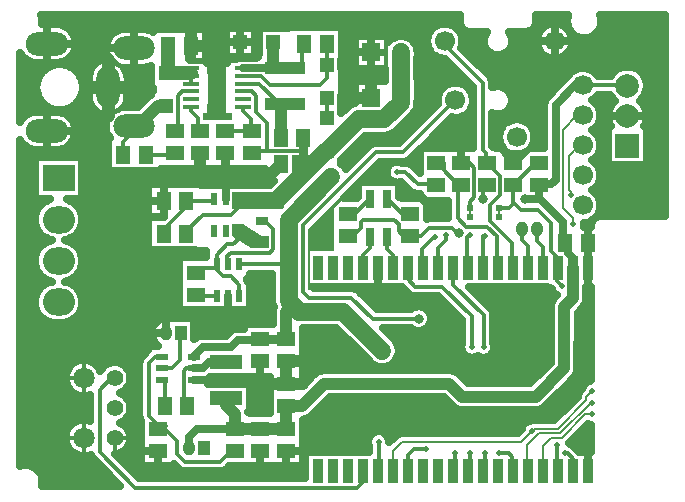
<source format=gbr>
G04 DipTrace 3.3.1.3*
G04 Top.gbr*
%MOIN*%
G04 #@! TF.FileFunction,Copper,L1,Top*
G04 #@! TF.Part,Single*
G04 #@! TA.AperFunction,Nonconductor*
%ADD14C,0.012992*%
G04 #@! TA.AperFunction,CopperBalancing*
%ADD15C,0.03937*%
%ADD16C,0.025984*%
G04 #@! TA.AperFunction,Conductor*
%ADD17C,0.007874*%
%ADD18C,0.011811*%
G04 #@! TA.AperFunction,CopperBalancing*
%ADD19C,0.031496*%
G04 #@! TA.AperFunction,Conductor*
%ADD20C,0.059055*%
G04 #@! TA.AperFunction,ViaPad*
%ADD23C,0.019685*%
G04 #@! TA.AperFunction,Conductor*
%ADD24C,0.047244*%
G04 #@! TA.AperFunction,Nonconductor*
%ADD25C,0.003937*%
G04 #@! TA.AperFunction,CopperBalancing*
%ADD26C,0.025*%
G04 #@! TA.AperFunction,Nonconductor*
%ADD27C,0.043307*%
%ADD28C,0.017717*%
%ADD30R,0.059055X0.051181*%
%ADD31R,0.051181X0.059055*%
%ADD33R,0.047244X0.047244*%
%ADD37R,0.031496X0.062992*%
G04 #@! TA.AperFunction,ComponentPad*
%ADD38O,0.137795X0.07874*%
%ADD39O,0.07874X0.137795*%
%ADD40O,0.141732X0.07874*%
%ADD41C,0.066929*%
%ADD42R,0.066929X0.066929*%
%ADD43R,0.05937X0.05937*%
%ADD44C,0.05937*%
%ADD45R,0.106299X0.090551*%
%ADD46O,0.106299X0.090551*%
%ADD49O,0.03937X0.051181*%
%ADD50R,0.03937X0.051181*%
%ADD53R,0.133858X0.043307*%
%ADD54R,0.106299X0.045276*%
%ADD56R,0.041339X0.025591*%
%ADD57R,0.019685X0.019685*%
%ADD60R,0.043307X0.023622*%
%ADD65R,0.055118X0.011811*%
%ADD66R,0.062992X0.110236*%
%ADD68R,0.023622X0.043307*%
G04 #@! TA.AperFunction,ComponentPad*
%ADD69C,0.055118*%
%ADD70C,0.070866*%
%ADD71R,0.035433X0.07874*%
%ADD72R,0.11811X0.19685*%
G04 #@! TA.AperFunction,ComponentPad*
%ADD73R,0.07874X0.07874*%
%ADD74C,0.07874*%
G04 #@! TA.AperFunction,ViaPad*
%ADD75C,0.04*%
%FSLAX26Y26*%
G04*
G70*
G90*
G75*
G01*
G04 Top*
%LPD*%
X4511811Y1137795D2*
D16*
Y1055118D1*
X4118110Y1224409D2*
D17*
Y1255906D1*
X3354331Y1807087D2*
D14*
X3326772D1*
X3296369Y1792706D1*
X3256999Y1659726D1*
X3275591Y1656496D1*
X4090551Y1405512D2*
X4118110D1*
X4133858Y1389764D1*
Y1291339D1*
X4118110Y1275591D1*
Y1255906D1*
X4263780Y1405512D2*
X4275591D1*
X4346457Y1476378D1*
Y1649606D1*
X4460630Y1763780D1*
X4496063D1*
X4515748Y496063D2*
D16*
X4511850D1*
Y377480D1*
X3305118Y1283465D2*
D14*
Y1342520D1*
X3397638D1*
X3401575Y1338583D1*
X3507874Y744094D2*
D15*
Y669291D1*
X3362205Y1720472D2*
D16*
X3503937D1*
D15*
X3464567D1*
Y1807087D1*
X3503937Y1720472D2*
D14*
X3559055D1*
Y1803150D1*
X3566929D1*
X3039370Y1433071D2*
X3133858D1*
X3137795Y1437008D1*
X3503937Y1602362D2*
D15*
X3488189D1*
Y1488189D1*
X3503937Y1602362D2*
D14*
Y1610236D1*
X3476378D1*
X3417323Y1669291D1*
D18*
X3362205D1*
X3562992Y1488189D2*
D19*
Y1444434D1*
Y1401575D1*
X3889761Y1623228D2*
D20*
Y1606297D1*
X3834646Y1551181D1*
X3748031D1*
X3641732Y1444882D1*
D14*
X3633858Y1437008D1*
D20*
X3480315Y1283465D1*
D14*
X3342520D1*
X3562992Y1401575D2*
X3598425D1*
X3641732Y1444882D1*
X3342520Y1283465D2*
Y1251969D1*
X3322835Y1232283D1*
X3228346D1*
X3173228Y1177165D1*
Y1169291D1*
X3889761Y1773622D2*
D20*
Y1623228D1*
X3562992Y1444434D2*
D14*
X3443525D1*
X3399159D1*
X3391732Y1437008D1*
X3362205Y1643701D2*
D18*
X3392255D1*
D14*
X3407176Y1628780D1*
Y1573820D1*
X3443525Y1537471D1*
Y1444434D1*
X3876986Y1374356D2*
X3904185D1*
X3944749Y1333791D1*
X4007874D1*
Y1330709D1*
X3303150Y1511811D2*
X3391732D1*
X3389764D1*
Y1551181D1*
D18*
X3362205Y1578740D1*
Y1592520D1*
X4350394Y1405512D2*
D17*
X4338583D1*
D14*
X4263780Y1330709D1*
X4216535Y1224409D2*
D17*
Y1255906D1*
X4263780Y1330709D2*
D14*
Y1275591D1*
X4269583Y1269787D1*
X4291339Y1248031D1*
X4346457D1*
X4389764Y1204724D1*
Y1110236D1*
X4405512Y1094488D1*
Y1055512D1*
X4411811D1*
X4216535Y1255906D2*
X4248031D1*
X4261913Y1269787D1*
X4269583D1*
X4425197Y996063D2*
X4409449Y1011811D1*
Y1053150D1*
X4411811Y1055512D1*
X3204724Y1039370D2*
X3224409D1*
Y1055118D1*
X3275591D1*
Y1066929D1*
X3342520Y1177165D2*
X3350394D1*
X3389764Y1137795D1*
X3425197D1*
X3350394Y960630D2*
Y1000000D1*
X3322835Y1027559D1*
X3295276D1*
X3275591Y1047244D1*
Y1066929D1*
X3342520Y1177165D2*
Y1145912D1*
X3330466Y1133858D1*
X3311024D1*
X3275591Y1098425D1*
Y1066929D1*
X3507874Y519685D2*
D15*
Y594488D1*
X3559055D1*
X3633858Y669291D1*
X4043307D1*
X4461811Y1055512D2*
Y953937D1*
X4433071Y925197D1*
Y720472D1*
X4338583Y625984D1*
X4094488D1*
X4051181Y669291D1*
X4043307D1*
X3421260Y519685D2*
X3507874D1*
X4461811Y1055512D2*
D16*
Y1089370D1*
X4444882Y1106299D1*
Y1137795D1*
X4437008D1*
X4429134D1*
Y1208661D1*
X4354331Y1283465D1*
X4303150D1*
X4350394Y1330709D2*
Y1283465D1*
X4303150D1*
X3921260Y1161417D2*
D14*
X3897638D1*
X3881890Y1177165D1*
Y1200787D1*
X3866142Y1216535D1*
X3763780D1*
X3755906Y1208661D1*
Y1188976D1*
X3736220Y1169291D1*
X3720472D1*
X3712598Y1161417D1*
X4082677Y1173228D2*
Y1165354D1*
X4059055Y1188976D1*
X3984252D1*
X3956693Y1161417D1*
X3921260D1*
X4177165Y1330709D2*
X4161417D1*
Y1283465D1*
X4350394Y1330709D2*
D16*
X4354331Y1334646D1*
X4390399D1*
X4405512Y1349759D1*
Y1598425D1*
X4470866Y1663780D1*
X4496063D1*
X3425197Y515748D2*
D15*
X3421260Y519685D1*
X3181693Y454134D2*
D16*
Y492839D1*
X3208539Y519685D1*
X3335467D1*
X3307087Y622047D2*
D15*
Y598425D1*
X3335467Y570045D1*
Y519685D1*
X3421260D1*
X4496063Y1663780D2*
D14*
X4642992D1*
X4644685Y1662087D1*
X4035433Y1811024D2*
Y1799213D1*
X4161417Y1673228D1*
Y1448819D1*
X4173228Y1437008D1*
Y1405512D1*
X4177165D1*
X4220472Y1362205D1*
Y1299213D1*
X4185039Y1263780D1*
Y1212598D1*
X4259843Y1137795D1*
Y1057480D1*
X4261811Y1055512D1*
X4311850Y377480D2*
D17*
X4311024D1*
Y464567D1*
X4350394Y503937D1*
X4421260D1*
X4523622Y606299D1*
X4527559D1*
X4496063Y1463780D2*
X4483465D1*
X4448819Y1429134D1*
Y1314961D1*
X4456693Y1307087D1*
Y1299213D1*
X3842520Y1157480D2*
D14*
Y1118110D1*
X3861811Y1098819D1*
Y1055512D1*
X3762192Y377478D2*
Y340932D1*
X3744094Y322835D1*
X3003937D1*
X2885827Y440945D1*
Y649606D1*
X2924409Y688189D1*
X2935039D1*
X3862192Y377478D2*
D17*
Y444869D1*
X3893701Y476378D1*
X4291339D1*
X4326772Y511811D1*
X4334646Y519685D1*
X4413386D1*
X4507874Y614173D1*
Y625984D1*
X4527559Y645669D1*
X3842520Y1283465D2*
D14*
X3846457D1*
X3893701Y1236220D1*
X3921260D1*
X4125984Y791339D2*
Y893701D1*
X4027559Y992126D1*
X3937008D1*
X3911811Y1017323D1*
Y1055512D1*
X3814961Y476378D2*
Y380247D1*
X3812192Y377478D1*
X4216535Y437008D2*
X4248031D1*
X4259843Y425197D1*
Y379488D1*
X4261850Y377480D1*
X4118110Y1165354D2*
X4110236Y1157480D1*
Y1090551D1*
X4111811Y1088976D1*
Y1055512D1*
X4165354Y791339D2*
Y897638D1*
X4062992Y1000000D1*
Y1019685D1*
X4061811Y1020866D1*
Y1055512D1*
X4169291Y1161417D2*
X4161811D1*
Y1055512D1*
X3000000Y1527559D2*
D15*
X3011811D1*
X3078740Y1594488D1*
X3106299D1*
X3000000Y1527559D2*
D14*
Y1511811D1*
X2964567Y1476378D1*
Y1433071D1*
X3188976Y1643701D2*
D18*
X3159449D1*
D14*
X3145669Y1629921D1*
Y1531496D1*
X3137795Y1523622D1*
Y1511811D1*
X3362205Y1694882D2*
D18*
X3423228D1*
D14*
X3452756Y1665354D1*
X3618110D1*
X3641732Y1688976D1*
Y1732283D1*
Y1803150D1*
X3425197Y1212598D2*
X3437008D1*
X3464567Y1185039D1*
Y1118110D1*
X3452756Y1106299D1*
X3322835D1*
X3311024Y1094488D1*
Y1066929D1*
X3312992D1*
X3098425Y1169291D2*
Y1185039D1*
X3173228Y1259843D1*
Y1279528D1*
X3263780D1*
X3267717Y1283465D1*
X3188976Y1592520D2*
D18*
Y1578740D1*
D14*
X3212598Y1555118D1*
Y1511811D1*
X3216535Y1515748D1*
X3220472Y1511811D1*
X3093669Y683264D2*
X3099206D1*
X3102362Y680108D1*
Y594488D1*
X3199969Y720665D2*
D16*
X3228539D1*
X3248031Y740157D1*
X3307087D1*
X3199969Y720665D2*
D14*
X3173421D1*
X3165354Y712598D1*
Y622047D1*
X3177165Y610236D1*
Y594488D1*
X4361850Y377480D2*
D17*
Y460276D1*
X4389764Y488189D1*
X4425197D1*
X4503937Y566929D1*
X4527559D1*
X4464567Y1200787D2*
Y1220472D1*
X4429134Y1255906D1*
Y1515748D1*
X4477165Y1563780D1*
X4496063D1*
X3093669Y758067D2*
D14*
X3069091D1*
X3049714Y738690D1*
Y560522D1*
X3082677Y527559D1*
X3106299D1*
X3098425Y519685D1*
X3078740D1*
X3101983D1*
X3142143Y479525D1*
Y436597D1*
X3169291Y409449D1*
X3287402D1*
X3322835Y444882D1*
X3335467D1*
X3641732Y1622047D2*
Y1555118D1*
X3787402Y1283465D2*
X3783465D1*
X3736220Y1236220D1*
X3712598D1*
X3188976Y1694882D2*
D18*
Y1720472D1*
Y1669291D2*
Y1694882D1*
X3114173Y1795276D2*
D24*
Y1712598D1*
X3106299Y1704724D1*
X3188976Y1720472D2*
D14*
Y1704724D1*
D24*
X3106299D1*
X3787402Y1157480D2*
D14*
Y1122047D1*
X3762151Y1096797D1*
Y1055508D1*
X3204724Y964567D2*
Y960630D1*
X3275591D1*
X4007874Y1405512D2*
X4031496D1*
Y1381890D1*
X4066929Y1346457D1*
Y1330709D1*
X4090551D1*
X4078740D1*
Y1220472D1*
X4106299Y1192913D1*
X4177165D1*
X4208661Y1161417D1*
Y1055512D1*
X4211811D1*
X3972441Y452756D2*
X3933071D1*
X3912192Y431877D1*
Y377478D1*
X4070866Y437008D2*
Y386152D1*
X4062192Y377478D1*
X4118110Y437008D2*
Y383740D1*
X4111850Y377480D1*
X4169291Y437008D2*
Y384921D1*
X4161850Y377480D1*
X3093669Y720665D2*
X3126177D1*
X3153543Y748031D1*
Y837205D1*
X3154921D1*
X4361811Y1055512D2*
Y1126378D1*
X4342520Y1145669D1*
Y1185039D1*
X4311811Y1055512D2*
Y1129134D1*
X4292520Y1148425D1*
Y1185039D1*
X4411850Y377480D2*
X4409449D1*
Y464567D1*
X4461850Y377480D2*
Y420039D1*
X4444882Y437008D1*
X4437008D1*
X3507874Y818898D2*
D16*
X3511811D1*
X3657480Y1358268D2*
D20*
X3515748Y1216535D1*
Y1175197D1*
Y1066929D1*
Y944882D1*
X3551181Y909449D1*
X3696850D1*
X3826772Y779528D1*
X3350394Y1066929D2*
D14*
X3515748D1*
X3507874Y818898D2*
D15*
Y909449D1*
X3551181D1*
X3507874Y822835D2*
D16*
Y818898D1*
X3199969Y758067D2*
Y762961D1*
X3228346Y791339D1*
X3322835D1*
X3346291Y814795D1*
X3425362D1*
X3421260Y818898D1*
D19*
X3507874D1*
X3948819Y885827D2*
D14*
X3795276D1*
X3724409Y956693D1*
X3582677D1*
X3562992Y976378D1*
Y1196850D1*
X3806362Y1440220D1*
X3896913D1*
X4070866Y1614173D1*
X4039370Y1165354D2*
Y1149606D1*
X4011811Y1122047D1*
Y1055512D1*
X4003937Y1157480D2*
X4000000D1*
X3960630Y1118110D1*
Y1056693D1*
X3961811Y1055512D1*
D15*
X3657480Y1358268D3*
D75*
X4043307Y669291D3*
X4515748Y496063D3*
D23*
X4169291Y1161417D3*
X4165354Y791339D3*
X4118110Y1165354D3*
X4125984Y791339D3*
X4039370Y1165354D3*
X4003937Y1157480D3*
X4527559Y645669D3*
Y606299D3*
Y566929D3*
X4464567Y1200787D3*
X4456693Y1299213D3*
D15*
X3826772Y779528D3*
D19*
X3948819Y885827D3*
D75*
X4007874Y944882D3*
D19*
X4303150Y1283465D3*
D23*
X3876986Y1374356D3*
D19*
X4161417Y1283465D3*
D23*
X4326772Y511811D3*
D19*
X4082677Y1173228D3*
D75*
X3401575Y598425D3*
X4381890Y976378D3*
X3874016D3*
X3759843D3*
X4141732D3*
X4381890Y767717D3*
X3070866Y370079D3*
D23*
X3263780Y1624016D3*
D75*
X3401575Y921260D3*
Y1338583D3*
Y370079D3*
Y679790D3*
Y997375D3*
X2889764Y1158793D3*
Y1006562D3*
D23*
X4425197Y996063D3*
D75*
X2889764Y837385D3*
Y1311024D3*
X3464567Y1868110D3*
D23*
X3291339Y1624016D3*
X4409449Y464567D3*
X4437008Y437008D3*
X3972441Y452756D3*
X4070866Y437008D3*
X4118110D3*
X4169291D3*
D75*
X3637518Y590551D3*
D23*
X4216535Y437008D3*
D75*
X3637518Y492126D3*
D23*
X3251969Y1775591D3*
D75*
X3921260Y1868110D3*
D23*
X3295276Y1775591D3*
D75*
X4263780Y976378D3*
Y767717D3*
X4480315Y464567D3*
D23*
X3814961Y476378D3*
X3263780Y1578740D3*
X3291339D3*
X3277559Y1600394D3*
X3251969Y1816929D3*
X3295276D3*
X3273622Y1797244D3*
X2696791Y1872080D2*
D26*
X4083559D1*
X4341614D2*
X4441001D1*
X4559001D2*
X4768480D1*
X2790018Y1847211D2*
X2943339D1*
X3242374D2*
X3302898D1*
X3695125D2*
X3986636D1*
X4084253D2*
X4098487D1*
X4326722D2*
X4352762D1*
X4550281D2*
X4768480D1*
X2804443Y1822343D2*
X2913555D1*
X3242374D2*
X3302898D1*
X3695125D2*
X3733832D1*
X3848853D2*
X3861759D1*
X3917786D2*
X3975260D1*
X4095592D2*
X4164514D1*
X4260695D2*
X4341387D1*
X4461754D2*
X4485892D1*
X4514109D2*
X4768480D1*
X2807099Y1797474D2*
X2904082D1*
X3242374D2*
X3302898D1*
X3695125D2*
X3733832D1*
X3941828D2*
X3975727D1*
X4095126D2*
X4165124D1*
X4260049D2*
X4341889D1*
X4461252D2*
X4768480D1*
X2799671Y1772605D2*
X2905015D1*
X3242374D2*
X3302898D1*
X3695125D2*
X3733832D1*
X3947247D2*
X3988466D1*
X4109515D2*
X4183102D1*
X4242107D2*
X4354592D1*
X4448549D2*
X4768480D1*
X2622475Y1747736D2*
X2641302D1*
X2776023D2*
X2888616D1*
X3244348D2*
X3306846D1*
X3693151D2*
X3733832D1*
X3947103D2*
X4039421D1*
X4134383D2*
X4768480D1*
X2622475Y1722867D2*
X2707687D1*
X2796226D2*
X2857037D1*
X3036399D2*
X3054867D1*
X3693151D2*
X3733832D1*
X3947103D2*
X4064289D1*
X4159251D2*
X4620063D1*
X4669309D2*
X4768480D1*
X2622475Y1697999D2*
X2683286D1*
X2820627D2*
X2847133D1*
X2979630D2*
X3054867D1*
X3696094D2*
X3832406D1*
X3947103D2*
X4089157D1*
X4184119D2*
X4445774D1*
X4546333D2*
X4588378D1*
X4700994D2*
X4768480D1*
X2622475Y1673130D2*
X2673454D1*
X2830459D2*
X2846200D1*
X2980563D2*
X3054867D1*
X3696094D2*
X3733832D1*
X3947103D2*
X4114025D1*
X4195709D2*
X4423562D1*
X4710934D2*
X4768480D1*
X2622475Y1648261D2*
X2672413D1*
X2831500D2*
X2846200D1*
X2980563D2*
X3059137D1*
X3696094D2*
X3733832D1*
X3947103D2*
X4020475D1*
X4247418D2*
X4398694D1*
X4710360D2*
X4768480D1*
X2622475Y1623392D2*
X2679770D1*
X2824180D2*
X2846380D1*
X2980419D2*
X3041518D1*
X3693151D2*
X3733832D1*
X3947247D2*
X4010319D1*
X4261162D2*
X4373970D1*
X4541274D2*
X4590351D1*
X4699021D2*
X4768480D1*
X2622475Y1598524D2*
X2699039D1*
X2804910D2*
X2853270D1*
X2973494D2*
X3016650D1*
X3693151D2*
X3717863D1*
X3946529D2*
X4007736D1*
X4259368D2*
X4364712D1*
X4545975D2*
X4588737D1*
X4700635D2*
X4768480D1*
X2622475Y1573655D2*
X2655727D1*
X2761598D2*
X2875733D1*
X3936338D2*
X3982868D1*
X4238842D2*
X4364712D1*
X4556489D2*
X4578545D1*
X4710827D2*
X4768480D1*
X2795723Y1548786D2*
X2906881D1*
X3912296D2*
X3958000D1*
X4052962D2*
X4127122D1*
X4195709D2*
X4257454D1*
X4293709D2*
X4364712D1*
X4555376D2*
X4578868D1*
X4710468D2*
X4768480D1*
X2806202Y1523917D2*
X2903400D1*
X3887428D2*
X3933132D1*
X4028094D2*
X4127122D1*
X4195709D2*
X4223651D1*
X4327512D2*
X4364712D1*
X4541740D2*
X4577505D1*
X4711867D2*
X4768480D1*
X2806058Y1499049D2*
X2909931D1*
X3854163D2*
X3908265D1*
X4003226D2*
X4127122D1*
X4195709D2*
X4214716D1*
X4336447D2*
X4364712D1*
X4545580D2*
X4577505D1*
X4711867D2*
X4768480D1*
X2795257Y1474180D2*
X2911151D1*
X3751068D2*
X3883397D1*
X3978359D2*
X4127122D1*
X4195709D2*
X4217120D1*
X4334043D2*
X4364712D1*
X4556417D2*
X4577505D1*
X4711867D2*
X4768480D1*
X2622475Y1449311D2*
X2658024D1*
X2759301D2*
X2911151D1*
X3726200D2*
X3767958D1*
X4555520D2*
X4577505D1*
X4711867D2*
X4768480D1*
X2622475Y1424442D2*
X2667067D1*
X2828988D2*
X2911151D1*
X3701333D2*
X3743090D1*
X3928623D2*
X3950536D1*
X4542243D2*
X4577505D1*
X4711867D2*
X4768480D1*
X2622475Y1399574D2*
X2667067D1*
X2828988D2*
X2911151D1*
X3696058D2*
X3718222D1*
X3813184D2*
X3849989D1*
X3926075D2*
X3950536D1*
X4545185D2*
X4577505D1*
X4711867D2*
X4768480D1*
X2622475Y1374705D2*
X2667067D1*
X2828988D2*
X3434773D1*
X3788316D2*
X3839331D1*
X4556309D2*
X4768480D1*
X2622475Y1349836D2*
X2667067D1*
X2828988D2*
X3434773D1*
X3763448D2*
X3849307D1*
X4555663D2*
X4768480D1*
X2622475Y1324967D2*
X2667067D1*
X2828988D2*
X3045035D1*
X3886064D2*
X3906076D1*
X4542709D2*
X4768480D1*
X2622475Y1300098D2*
X2667067D1*
X2828988D2*
X3045035D1*
X3713713D2*
X3743843D1*
X3886064D2*
X3950536D1*
X4544790D2*
X4768480D1*
X2622475Y1275230D2*
X2698429D1*
X2797625D2*
X3045035D1*
X3978610D2*
X4044445D1*
X4556202D2*
X4768480D1*
X2622475Y1250361D2*
X2675715D1*
X2820376D2*
X3045035D1*
X3978610D2*
X4044445D1*
X4555771D2*
X4768480D1*
X2622475Y1225492D2*
X2667641D1*
X2828414D2*
X3045035D1*
X3978610D2*
X4044445D1*
X2622475Y1200623D2*
X2668897D1*
X2827158D2*
X3045035D1*
X4502232D2*
X4522064D1*
X2622475Y1175755D2*
X2680057D1*
X2816034D2*
X3045035D1*
X2622475Y1150886D2*
X2711706D1*
X2784348D2*
X3045035D1*
X2622475Y1126017D2*
X2685260D1*
X2810831D2*
X3045035D1*
X2622475Y1101148D2*
X2670727D1*
X2825328D2*
X3235974D1*
X2622475Y1076280D2*
X2667102D1*
X2828952D2*
X3147376D1*
X2622475Y1051411D2*
X2672593D1*
X2823498D2*
X3147376D1*
X2622475Y1026542D2*
X2690140D1*
X2805915D2*
X3147376D1*
X3390001D2*
X3458421D1*
X2622475Y1001673D2*
X2701695D1*
X2794396D2*
X3147376D1*
X3390001D2*
X3458421D1*
X2622475Y976804D2*
X2676863D1*
X2819192D2*
X3147376D1*
X3390001D2*
X3458421D1*
X3751786D2*
X3904856D1*
X4133665D2*
X4393275D1*
X2622475Y951936D2*
X2667928D1*
X2828127D2*
X3147376D1*
X3390001D2*
X3458421D1*
X3776654D2*
X4020259D1*
X4158533D2*
X4394388D1*
X2622475Y927067D2*
X2668466D1*
X2827625D2*
X3147376D1*
X3390001D2*
X3461399D1*
X3801521D2*
X4045127D1*
X4183401D2*
X4385596D1*
X4500402D2*
X4521597D1*
X2622475Y902198D2*
X2678657D1*
X2817398D2*
X3460394D1*
X3988980D2*
X4069995D1*
X4199333D2*
X4385560D1*
X4480558D2*
X4521597D1*
X2622475Y877329D2*
X2707077D1*
X2788977D2*
X3073204D1*
X3202435D2*
X3460394D1*
X3991492D2*
X4091669D1*
X4199656D2*
X4385560D1*
X4480558D2*
X4521597D1*
X2622475Y852461D2*
X3058419D1*
X3202435D2*
X3336845D1*
X3565224D2*
X3673797D1*
X3833889D2*
X3922403D1*
X3975237D2*
X4091669D1*
X4199656D2*
X4385560D1*
X4480558D2*
X4521597D1*
X2622475Y827592D2*
X3057594D1*
X3565224D2*
X3698665D1*
X3858757D2*
X4091669D1*
X4199656D2*
X4385560D1*
X4480558D2*
X4521597D1*
X2622475Y802723D2*
X3067678D1*
X3565224D2*
X3723533D1*
X3878959D2*
X4090233D1*
X4201128D2*
X4385560D1*
X4480558D2*
X4521597D1*
X2622475Y777854D2*
X3041410D1*
X3565224D2*
X3748401D1*
X3884091D2*
X4091023D1*
X4200302D2*
X4385560D1*
X4480558D2*
X4521597D1*
X2622475Y752986D2*
X3018803D1*
X3565224D2*
X3773268D1*
X3877273D2*
X4385560D1*
X4480558D2*
X4521597D1*
X2622475Y728117D2*
X2783618D1*
X2880159D2*
X2897874D1*
X2972202D2*
X3015394D1*
X3565224D2*
X3805169D1*
X3848350D2*
X4374580D1*
X4480558D2*
X4521597D1*
X2622475Y703248D2*
X2770557D1*
X2988206D2*
X3015394D1*
X3565224D2*
X3601850D1*
X4083212D2*
X4349712D1*
X4477149D2*
X4521597D1*
X2622475Y678379D2*
X2769444D1*
X2989498D2*
X3015394D1*
X3249443D2*
X3450526D1*
X4108223D2*
X4324844D1*
X4457125D2*
X4512196D1*
X2622475Y653511D2*
X2779528D1*
X2977441D2*
X3015394D1*
X3388064D2*
X3450526D1*
X4432258D2*
X4490809D1*
X2622475Y628642D2*
X2817385D1*
X2971592D2*
X3015394D1*
X3388064D2*
X3450526D1*
X4407390D2*
X4476240D1*
X2622475Y603773D2*
X2851511D1*
X2988063D2*
X3015394D1*
X3388064D2*
X3450526D1*
X3634480D2*
X4050581D1*
X4382522D2*
X4453597D1*
X2622475Y578904D2*
X2851511D1*
X2989606D2*
X3015394D1*
X3388064D2*
X3450526D1*
X3609613D2*
X4428729D1*
X2622475Y554035D2*
X2851511D1*
X2977907D2*
X3016076D1*
X3581264D2*
X4403861D1*
X2622475Y529167D2*
X2784551D1*
X2970946D2*
X3021387D1*
X3565224D2*
X4293697D1*
X2622475Y504298D2*
X2770808D1*
X2987883D2*
X3021387D1*
X3565224D2*
X3791103D1*
X3838805D2*
X3882500D1*
X4485187D2*
X4521597D1*
X2622475Y479429D2*
X2769265D1*
X2989677D2*
X3021387D1*
X3565224D2*
X3777431D1*
X4460283D2*
X4521597D1*
X2622475Y454560D2*
X2778810D1*
X2978338D2*
X3021387D1*
X3565224D2*
X3780661D1*
X4474816D2*
X4521597D1*
X2622475Y429692D2*
X2813008D1*
X2944571D2*
X3021387D1*
X2622475Y404823D2*
X2874477D1*
X2969439D2*
X3021387D1*
X2683011Y379954D2*
X2899345D1*
X2994307D2*
X3154876D1*
X3301798D2*
X3566647D1*
X2695678Y355085D2*
X2924213D1*
X3019174D2*
X3566647D1*
X2695750Y330217D2*
X2949080D1*
X3462222Y869799D2*
X3462904D1*
X3463017Y912979D1*
X3464121Y919953D1*
X3465084Y923896D1*
X3462425Y932080D1*
X3461078Y940579D1*
X3460909Y963255D1*
Y1035131D1*
X3387534Y1035122D1*
X3387516Y1019964D1*
X3375136D1*
X3377514Y1016619D1*
X3379780Y1012172D1*
X3380647Y1009820D1*
X3386763Y1007594D1*
X3387516D1*
Y913665D1*
X3149886D1*
Y1090271D1*
X3238484D1*
X3238469Y1112820D1*
X3206703Y1112905D1*
X3202833Y1113518D1*
X3200939Y1114053D1*
X3196571Y1114453D1*
X3047524Y1114452D1*
Y1224130D1*
X3092559D1*
X3092371Y1224689D1*
X3047524D1*
Y1334366D1*
X3224130D1*
Y1332034D1*
X3249990Y1331977D1*
X3253860Y1331364D1*
X3258154Y1330429D1*
X3317085Y1330471D1*
X3320863Y1331698D1*
X3324786Y1332320D1*
X3451705Y1332398D1*
X3466024Y1346727D1*
X3437288Y1346736D1*
Y1386101D1*
X3090270Y1386106D1*
X3090272Y1378232D1*
X2913665D1*
Y1487909D1*
X2919371D1*
X2915323Y1493763D1*
X2910715Y1502807D1*
X2907578Y1512460D1*
X2905991Y1522484D1*
Y1532634D1*
X2907578Y1542659D1*
X2910715Y1552311D1*
X2915323Y1561355D1*
X2916656Y1563351D1*
X2908430Y1563462D1*
X2901150Y1564440D1*
X2894028Y1566236D1*
X2887156Y1568829D1*
X2880622Y1572184D1*
X2874510Y1576258D1*
X2868900Y1580999D1*
X2863863Y1586346D1*
X2859465Y1592228D1*
X2855763Y1598572D1*
X2852803Y1605295D1*
X2850625Y1612309D1*
X2849256Y1619526D1*
X2848711Y1627949D1*
X2848855Y1691414D1*
X2849771Y1698702D1*
X2851507Y1705839D1*
X2854041Y1712733D1*
X2857340Y1719296D1*
X2861362Y1725442D1*
X2866055Y1731092D1*
X2871358Y1736174D1*
X2877204Y1740622D1*
X2883515Y1744379D1*
X2890212Y1747395D1*
X2897208Y1749633D1*
X2904413Y1751064D1*
X2911733Y1751668D1*
X2916552Y1751677D1*
X2912849Y1758021D1*
X2909890Y1764743D1*
X2907712Y1771758D1*
X2906343Y1778975D1*
X2905801Y1786300D1*
X2906093Y1793639D1*
X2907215Y1800898D1*
X2909153Y1807983D1*
X2911882Y1814802D1*
X2915366Y1821268D1*
X2919561Y1827298D1*
X2924413Y1832812D1*
X2929858Y1837742D1*
X2935827Y1842022D1*
X2942243Y1845598D1*
X2949023Y1848423D1*
X2956080Y1850461D1*
X2963322Y1851686D1*
X2972310Y1852083D1*
X3033384Y1851968D1*
X3040680Y1851114D1*
X3047831Y1849439D1*
X3054747Y1846964D1*
X3061337Y1843720D1*
X3063271Y1842578D1*
X3063272Y1850114D1*
X3239878D1*
Y1751684D1*
X3241846Y1751689D1*
Y1736941D1*
X3309334Y1736925D1*
X3309335Y1751689D1*
X3340016D1*
X3344815Y1754601D1*
X3350368Y1756901D1*
X3355464Y1758155D1*
X3305398Y1758153D1*
Y1856020D1*
X3403264D1*
Y1758781D1*
X3411689Y1758776D1*
X3411697Y1767437D1*
X3415609D1*
X3415634Y1856020D1*
X3513500D1*
Y1855697D1*
X3516028Y1857988D1*
X3692634D1*
Y1748311D1*
X3690660D1*
X3690666Y1721182D1*
X3693602Y1721161D1*
Y1629232D1*
X3690696D1*
X3690666Y1571360D1*
X3712417Y1592881D1*
X3719378Y1597939D1*
X3727046Y1601845D1*
X3735246Y1604508D1*
X3736345Y1604978D1*
Y1678224D1*
X3834923Y1678346D1*
Y1718644D1*
X3736345Y1718626D1*
Y1828618D1*
X3846338D1*
Y1807367D1*
X3850873Y1812510D1*
X3857435Y1818115D1*
X3864793Y1822624D1*
X3872766Y1825926D1*
X3881158Y1827941D1*
X3889761Y1828618D1*
X3898364Y1827941D1*
X3906756Y1825926D1*
X3914729Y1822624D1*
X3922087Y1818115D1*
X3928649Y1812510D1*
X3934254Y1805948D1*
X3938763Y1798590D1*
X3942066Y1790617D1*
X3944080Y1782225D1*
X3944757Y1773622D1*
X3944600Y1746063D1*
X3944757Y1623228D1*
X3944600Y1606297D1*
X3943925Y1597718D1*
X3941916Y1589351D1*
X3938623Y1581400D1*
X3934127Y1574063D1*
X3928538Y1567520D1*
X3870261Y1509481D1*
X3863299Y1504423D1*
X3855632Y1500517D1*
X3847448Y1497858D1*
X3838948Y1496511D1*
X3816273Y1496342D1*
X3770736D1*
X3690666Y1416262D1*
Y1401928D1*
X3696257Y1397044D1*
X3701846Y1390501D1*
X3705610Y1384470D1*
X3785705Y1464407D1*
X3789743Y1467341D1*
X3794190Y1469606D1*
X3798937Y1471149D1*
X3803867Y1471930D1*
X3870667Y1472028D1*
X3883764D1*
X4013446Y1601735D1*
X4012272Y1609562D1*
Y1618785D1*
X4013715Y1627894D1*
X4016565Y1636666D1*
X4020752Y1644883D1*
X4026173Y1652345D1*
X4032694Y1658867D1*
X4040156Y1664288D1*
X4048374Y1668475D1*
X4057145Y1671325D1*
X4066255Y1672768D1*
X4075478D1*
X4084587Y1671325D1*
X4093359Y1668475D1*
X4101576Y1664288D1*
X4109038Y1658867D1*
X4115559Y1652345D1*
X4120981Y1644883D1*
X4125168Y1636666D1*
X4128018Y1627894D1*
X4129461Y1618785D1*
X4129610Y1604987D1*
Y1612271D1*
X4128918Y1604979D1*
X4126765Y1596011D1*
X4123236Y1587490D1*
X4118417Y1579626D1*
X4112427Y1572613D1*
X4105414Y1566623D1*
X4097550Y1561804D1*
X4089029Y1558274D1*
X4080061Y1556121D1*
X4070866Y1555398D1*
X4061672Y1556121D1*
X4058436Y1556765D1*
X3958089Y1456414D1*
X4129611Y1456413D1*
X4129614Y1660050D1*
X4037324Y1752322D1*
X4030822Y1752429D1*
X4021712Y1753872D1*
X4012941Y1756722D1*
X4004723Y1760909D1*
X3997261Y1766330D1*
X3990740Y1772852D1*
X3985319Y1780313D1*
X3981132Y1788531D1*
X3978281Y1797303D1*
X3976839Y1806412D1*
Y1815635D1*
X3978281Y1824745D1*
X3981132Y1833516D1*
X3985319Y1841734D1*
X3990740Y1849195D1*
X3997261Y1855717D1*
X4004723Y1861138D1*
X4012941Y1865325D1*
X4021712Y1868175D1*
X4030822Y1869618D1*
X4040045D1*
X4049154Y1868175D1*
X4057926Y1865325D1*
X4066143Y1861138D1*
X4073605Y1855717D1*
X4080126Y1849195D1*
X4085548Y1841734D1*
X4089735Y1833516D1*
X4092585Y1824745D1*
X4094027Y1815635D1*
Y1806412D1*
X4092585Y1797303D1*
X4090103Y1789529D1*
X4185604Y1693885D1*
X4188537Y1689848D1*
X4190803Y1685400D1*
X4192346Y1680654D1*
X4193126Y1675724D1*
X4193224Y1656973D1*
X4198086Y1658839D1*
X4205252Y1660560D1*
X4212598Y1661138D1*
X4219945Y1660560D1*
X4227111Y1658839D1*
X4233920Y1656019D1*
X4240204Y1652168D1*
X4245807Y1647382D1*
X4250594Y1641778D1*
X4254444Y1635495D1*
X4257264Y1628686D1*
X4258985Y1621520D1*
X4259563Y1614173D1*
X4258985Y1606826D1*
X4257264Y1599660D1*
X4254444Y1592852D1*
X4250594Y1586568D1*
X4245807Y1580964D1*
X4240204Y1576178D1*
X4233920Y1572327D1*
X4227111Y1569507D1*
X4219945Y1567787D1*
X4212598Y1567209D1*
X4205252Y1567787D1*
X4198086Y1569507D1*
X4193226Y1571429D1*
X4193357Y1461861D1*
X4197421Y1457657D1*
X4205004Y1456413D1*
X4228966Y1456404D1*
X4225476Y1461416D1*
X4221289Y1469634D1*
X4218439Y1478405D1*
X4216996Y1487515D1*
Y1496737D1*
X4218439Y1505847D1*
X4221289Y1514618D1*
X4225476Y1522836D1*
X4230897Y1530298D1*
X4237419Y1536819D1*
X4244880Y1542240D1*
X4253098Y1546428D1*
X4261870Y1549278D1*
X4270979Y1550720D1*
X4280202D1*
X4289311Y1549278D1*
X4298083Y1546428D1*
X4306301Y1542240D1*
X4313762Y1536819D1*
X4320284Y1530298D1*
X4325705Y1522836D1*
X4329892Y1514618D1*
X4332742Y1505847D1*
X4334185Y1496737D1*
Y1487515D1*
X4332742Y1478405D1*
X4329892Y1469634D1*
X4325705Y1461416D1*
X4322215Y1456404D1*
X4367216Y1456413D1*
X4367327Y1601430D1*
X4368267Y1607367D1*
X4370124Y1613083D1*
X4372853Y1618439D1*
X4376386Y1623301D1*
X4410906Y1657988D1*
X4443790Y1690872D1*
X4448513Y1698327D1*
X4454502Y1705340D1*
X4461516Y1711330D1*
X4469379Y1716149D1*
X4477900Y1719678D1*
X4486868Y1721831D1*
X4496063Y1722555D1*
X4505258Y1721831D1*
X4514226Y1719678D1*
X4522747Y1716149D1*
X4530610Y1711330D1*
X4537624Y1705340D1*
X4543613Y1698327D1*
X4545446Y1695584D1*
X4589326Y1695587D1*
X4595501Y1704094D1*
X4602678Y1711271D1*
X4610889Y1717236D1*
X4619933Y1721844D1*
X4629586Y1724981D1*
X4639610Y1726568D1*
X4649760D1*
X4659785Y1724981D1*
X4669437Y1721844D1*
X4678481Y1717236D1*
X4686692Y1711271D1*
X4693869Y1704094D1*
X4699835Y1695882D1*
X4704443Y1686839D1*
X4707579Y1677186D1*
X4709167Y1667161D1*
Y1657012D1*
X4707579Y1646987D1*
X4704443Y1637334D1*
X4699835Y1628291D1*
X4693869Y1620080D1*
X4686692Y1612903D1*
X4685679Y1612104D1*
X4691003Y1607234D1*
X4695823Y1601692D1*
X4699983Y1595639D1*
X4703431Y1589153D1*
X4706121Y1582318D1*
X4708018Y1575222D1*
X4709099Y1567957D1*
X4709340Y1560250D1*
X4708715Y1552931D1*
X4707264Y1545731D1*
X4705006Y1538741D1*
X4701970Y1532053D1*
X4698863Y1526765D1*
X4709366Y1526768D1*
Y1397406D1*
X4580004D1*
Y1526768D1*
X4590518D1*
X4587062Y1532706D1*
X4584102Y1539428D1*
X4581924Y1546443D1*
X4580555Y1553660D1*
X4580013Y1560985D1*
X4580305Y1568324D1*
X4581428Y1575583D1*
X4583366Y1582668D1*
X4586094Y1589487D1*
X4589579Y1595953D1*
X4593774Y1601983D1*
X4598625Y1607498D1*
X4603657Y1612083D1*
X4598949Y1616350D1*
X4592357Y1624068D1*
X4587471Y1631978D1*
X4545495Y1631972D1*
X4540756Y1625608D1*
X4534235Y1619086D1*
X4526938Y1613775D1*
X4534235Y1608473D1*
X4540756Y1601951D1*
X4546177Y1594490D1*
X4550365Y1586272D1*
X4553215Y1577500D1*
X4554657Y1568391D1*
Y1559168D1*
X4553215Y1550059D1*
X4550365Y1541287D1*
X4546177Y1533069D1*
X4540756Y1525608D1*
X4534235Y1519086D1*
X4526938Y1513775D1*
X4534235Y1508473D1*
X4540756Y1501951D1*
X4546177Y1494490D1*
X4550365Y1486272D1*
X4553215Y1477500D1*
X4554657Y1468391D1*
Y1459168D1*
X4553215Y1450059D1*
X4550365Y1441287D1*
X4546177Y1433069D1*
X4540756Y1425608D1*
X4534235Y1419086D1*
X4526938Y1413775D1*
X4534235Y1408473D1*
X4540756Y1401951D1*
X4546177Y1394490D1*
X4550365Y1386272D1*
X4553215Y1377500D1*
X4554657Y1368391D1*
Y1359168D1*
X4553215Y1350059D1*
X4550365Y1341287D1*
X4546177Y1333069D1*
X4540756Y1325608D1*
X4534235Y1319086D1*
X4526938Y1313775D1*
X4534235Y1308473D1*
X4540756Y1301951D1*
X4546177Y1294490D1*
X4550365Y1286272D1*
X4553215Y1277500D1*
X4554657Y1268391D1*
Y1259168D1*
X4553215Y1250059D1*
X4550365Y1241287D1*
X4546177Y1233069D1*
X4540756Y1225608D1*
X4539227Y1223723D1*
X4543493Y1226389D1*
X4546288Y1227297D1*
X4556260Y1229035D1*
X4770955D1*
X4770965Y1896935D1*
X4553555Y1896949D1*
X4555238Y1891214D1*
X4556632Y1882410D1*
Y1873496D1*
X4555238Y1864691D1*
X4552483Y1856214D1*
X4548436Y1848271D1*
X4543196Y1841060D1*
X4536893Y1834756D1*
X4529682Y1829517D1*
X4521739Y1825470D1*
X4513261Y1822715D1*
X4504457Y1821321D1*
X4495543D1*
X4486739Y1822715D1*
X4478261Y1825470D1*
X4470318Y1829517D1*
X4463107Y1834756D1*
X4456804Y1841060D1*
X4451564Y1848271D1*
X4447517Y1856214D1*
X4444762Y1864691D1*
X4443368Y1873496D1*
Y1882410D1*
X4444762Y1891214D1*
X4446510Y1896962D1*
X4339254Y1896949D1*
X4339185Y1872547D1*
X4337001Y1862156D1*
X4335667Y1859538D1*
X4330185Y1851611D1*
X4327951Y1849703D1*
X4319853Y1844477D1*
X4317058Y1843569D1*
X4307087Y1841831D1*
X4248057D1*
X4252642Y1835563D1*
X4255988Y1828996D1*
X4258265Y1821987D1*
X4259418Y1814708D1*
Y1807339D1*
X4258265Y1800060D1*
X4255988Y1793051D1*
X4252642Y1786485D1*
X4248311Y1780523D1*
X4243099Y1775311D1*
X4237137Y1770980D1*
X4230571Y1767634D1*
X4223562Y1765357D1*
X4216283Y1764204D1*
X4208914D1*
X4201635Y1765357D1*
X4194626Y1767634D1*
X4188060Y1770980D1*
X4182097Y1775311D1*
X4176886Y1780523D1*
X4172555Y1786485D1*
X4169209Y1793051D1*
X4166931Y1800060D1*
X4165779Y1807339D1*
Y1814708D1*
X4166931Y1821987D1*
X4169209Y1828996D1*
X4172555Y1835563D1*
X4177170Y1841831D1*
X4116641Y1841917D1*
X4106251Y1844102D1*
X4103632Y1845436D1*
X4095706Y1850917D1*
X4093797Y1853152D1*
X4088572Y1861249D1*
X4087664Y1864044D1*
X4085925Y1874016D1*
Y1896946D1*
X2691299Y1896949D1*
X2693033Y1891214D1*
X2694427Y1882410D1*
Y1873496D1*
X2693701Y1867831D1*
X2744014Y1867716D1*
X2751309Y1866862D1*
X2758461Y1865187D1*
X2765377Y1862712D1*
X2771967Y1859468D1*
X2778147Y1855499D1*
X2783837Y1850854D1*
X2788964Y1845594D1*
X2793462Y1839787D1*
X2797272Y1833508D1*
X2800345Y1826837D1*
X2802643Y1819860D1*
X2804134Y1812668D1*
X2804801Y1805353D1*
X2804604Y1797644D1*
X2803564Y1790373D1*
X2801707Y1783267D1*
X2799056Y1776417D1*
X2795645Y1769912D1*
X2791519Y1763835D1*
X2786730Y1758265D1*
X2781341Y1753274D1*
X2775421Y1748927D1*
X2769046Y1745278D1*
X2762299Y1742376D1*
X2755266Y1740258D1*
X2748038Y1738950D1*
X2740158Y1738468D1*
X2672209Y1738659D1*
X2664930Y1739636D1*
X2657808Y1741433D1*
X2650935Y1744026D1*
X2644401Y1747381D1*
X2638290Y1751455D1*
X2632679Y1756196D1*
X2627643Y1761542D1*
X2623245Y1767425D1*
X2619954Y1772988D1*
X2619957Y1541959D1*
X2624071Y1548752D1*
X2628602Y1554533D1*
X2633758Y1559764D1*
X2639475Y1564376D1*
X2645678Y1568310D1*
X2652286Y1571516D1*
X2659216Y1573952D1*
X2666377Y1575586D1*
X2673677Y1576398D1*
X2712074Y1576492D1*
X2745846Y1576241D1*
X2753114Y1575181D1*
X2760216Y1573303D1*
X2767058Y1570633D1*
X2773554Y1567204D1*
X2779618Y1563060D1*
X2785174Y1558256D1*
X2790150Y1552853D1*
X2794481Y1546920D1*
X2798111Y1540535D1*
X2800994Y1533779D1*
X2803092Y1526740D1*
X2804379Y1519508D1*
X2804839Y1511811D1*
X2804422Y1504478D1*
X2803176Y1497239D1*
X2801117Y1490188D1*
X2798273Y1483416D1*
X2794679Y1477010D1*
X2790382Y1471053D1*
X2785437Y1465622D1*
X2779908Y1460786D1*
X2773867Y1456609D1*
X2767391Y1453143D1*
X2760564Y1450433D1*
X2753473Y1448515D1*
X2746211Y1447414D1*
X2738320Y1447130D1*
X2672209Y1447320D1*
X2664930Y1448298D1*
X2657808Y1450095D1*
X2650935Y1452687D1*
X2644401Y1456042D1*
X2638290Y1460117D1*
X2632679Y1464857D1*
X2627643Y1470204D1*
X2623245Y1476087D1*
X2619954Y1481650D1*
X2619957Y396464D1*
X2628909Y398627D1*
X2637795Y399327D1*
X2646682Y398627D1*
X2655350Y396546D1*
X2663585Y393135D1*
X2671186Y388478D1*
X2677964Y382688D1*
X2683753Y375910D1*
X2688411Y368310D1*
X2691822Y360074D1*
X2693903Y351406D1*
X2694602Y342520D1*
X2693903Y333633D1*
X2692527Y327464D1*
X2954349Y327461D1*
X2861640Y420288D1*
X2858707Y424326D1*
X2856441Y428773D1*
X2855051Y432034D1*
X2848105Y429649D1*
X2840921Y428120D1*
X2833605Y427469D1*
X2826265Y427706D1*
X2819006Y428827D1*
X2811936Y430816D1*
X2805157Y433643D1*
X2798770Y437268D1*
X2792866Y441638D1*
X2787533Y446688D1*
X2782849Y452345D1*
X2778881Y458525D1*
X2775689Y465140D1*
X2773318Y472091D1*
X2771803Y479278D1*
X2771167Y486595D1*
X2771418Y493935D1*
X2772554Y501191D1*
X2774557Y508258D1*
X2777398Y515030D1*
X2781036Y521411D1*
X2785417Y527306D1*
X2790477Y532628D1*
X2796143Y537302D1*
X2802332Y541257D1*
X2808953Y544436D1*
X2815909Y546793D1*
X2823099Y548294D1*
X2830417Y548915D1*
X2837757Y548649D1*
X2845011Y547499D1*
X2852073Y545482D1*
X2854016Y544757D1*
X2854020Y631598D1*
X2846327Y629185D1*
X2839100Y627874D1*
X2831768Y627445D1*
X2824438Y627904D1*
X2817217Y629244D1*
X2810210Y631445D1*
X2803520Y634477D1*
X2797245Y638293D1*
X2791476Y642839D1*
X2786298Y648048D1*
X2781787Y653844D1*
X2778008Y660142D1*
X2775017Y666850D1*
X2772858Y673870D1*
X2771561Y681099D1*
X2771146Y688432D1*
X2771619Y695761D1*
X2772974Y702980D1*
X2775190Y709982D1*
X2778234Y716666D1*
X2782063Y722934D1*
X2786621Y728693D1*
X2791840Y733860D1*
X2797645Y738360D1*
X2803951Y742126D1*
X2810664Y745104D1*
X2817689Y747250D1*
X2824920Y748532D1*
X2832254Y748932D1*
X2839583Y748444D1*
X2846798Y747075D1*
X2853796Y744845D1*
X2860474Y741787D1*
X2866734Y737946D1*
X2872484Y733377D1*
X2877641Y728147D1*
X2882129Y722333D1*
X2885883Y716020D1*
X2887800Y711919D1*
X2892267Y719265D1*
X2897655Y725574D1*
X2903963Y730962D1*
X2911037Y735297D1*
X2918702Y738471D1*
X2926769Y740408D1*
X2935039Y741059D1*
X2943310Y740408D1*
X2951377Y738471D1*
X2959042Y735297D1*
X2966116Y730962D1*
X2972424Y725574D1*
X2977812Y719265D1*
X2982147Y712191D1*
X2985322Y704527D1*
X2987259Y696460D1*
X2987909Y688189D1*
X2987259Y679918D1*
X2985322Y671851D1*
X2982147Y664186D1*
X2977812Y657113D1*
X2972424Y650804D1*
X2966116Y645416D1*
X2959042Y641081D1*
X2952183Y638204D1*
X2959042Y635297D1*
X2966116Y630962D1*
X2972424Y625574D1*
X2977812Y619265D1*
X2982147Y612191D1*
X2985322Y604527D1*
X2987259Y596460D1*
X2987909Y588189D1*
X2987259Y579918D1*
X2985322Y571851D1*
X2982147Y564186D1*
X2977812Y557113D1*
X2972424Y550804D1*
X2966116Y545416D1*
X2959042Y541081D1*
X2952183Y538204D1*
X2958769Y535434D1*
X2965086Y531691D1*
X2970824Y527108D1*
X2975871Y521775D1*
X2980131Y515793D1*
X2983521Y509279D1*
X2985975Y502358D1*
X2987447Y495164D1*
X2987909Y488189D1*
X2987399Y480864D1*
X2985879Y473679D1*
X2983379Y466775D1*
X2979945Y460284D1*
X2975646Y454331D1*
X2970563Y449032D1*
X2964795Y444487D1*
X2958453Y440786D1*
X2951659Y437999D1*
X2944545Y436180D1*
X2937247Y435365D1*
X2936408Y435345D1*
X3017096Y354658D1*
X3569149Y354642D1*
X3569164Y442159D1*
X3783123D1*
X3783153Y461381D1*
X3780778Y468172D1*
X3779915Y473620D1*
Y479136D1*
X3780778Y484584D1*
X3782483Y489831D1*
X3784987Y494746D1*
X3788230Y499208D1*
X3792130Y503109D1*
X3796593Y506351D1*
X3801508Y508856D1*
X3806754Y510560D1*
X3812203Y511423D1*
X3817719D1*
X3823167Y510560D1*
X3828413Y508856D1*
X3833328Y506351D1*
X3837791Y503109D1*
X3841692Y499208D1*
X3844934Y494746D1*
X3847438Y489831D1*
X3849143Y484584D1*
X3850006Y479136D1*
X3850023Y474062D1*
X3874706Y498618D1*
X3878419Y501316D1*
X3882508Y503400D1*
X3886873Y504818D1*
X3891406Y505536D1*
X3976378Y505626D1*
X4279205D1*
X4292301Y518703D1*
X4294294Y525264D1*
X4296798Y530179D1*
X4300041Y534641D1*
X4303941Y538542D1*
X4308404Y541784D1*
X4313319Y544289D1*
X4318565Y545993D1*
X4323746Y546825D1*
X4327818Y548125D1*
X4332351Y548843D1*
X4401283Y548933D1*
X4478646Y626308D1*
X4478986Y630560D1*
X4480057Y635022D1*
X4481814Y639263D1*
X4484212Y643176D1*
X4487193Y646666D1*
X4493105Y652578D1*
X4495081Y659122D1*
X4497586Y664037D1*
X4500828Y668500D1*
X4504729Y672400D1*
X4509191Y675643D1*
X4514106Y678147D1*
X4519353Y679852D1*
X4524084Y680630D1*
X4524078Y990408D1*
X4506804Y990437D1*
X4506669Y950407D1*
X4505564Y943433D1*
X4503382Y936718D1*
X4500177Y930427D1*
X4496026Y924714D1*
X4478074Y906566D1*
X4477928Y716942D1*
X4476824Y709968D1*
X4474642Y703253D1*
X4471436Y696962D1*
X4467286Y691250D1*
X4445401Y669168D1*
X4367805Y591769D1*
X4362093Y587619D1*
X4355802Y584413D1*
X4349087Y582231D1*
X4342113Y581127D1*
X4311024Y580988D1*
X4090958Y581127D1*
X4083984Y582231D1*
X4077269Y584413D1*
X4070978Y587619D1*
X4065266Y591769D1*
X4043184Y613654D1*
X4032552Y624286D1*
X3652492Y624295D1*
X3588278Y560273D1*
X3582566Y556123D1*
X3576274Y552917D1*
X3569559Y550735D1*
X3562713Y549666D1*
Y393980D1*
X3316923D1*
X3308059Y385262D1*
X3304021Y382329D1*
X3299574Y380063D1*
X3294827Y378520D1*
X3289897Y377740D1*
X3223097Y377642D1*
X3166796Y377740D1*
X3161866Y378520D1*
X3157119Y380063D1*
X3152672Y382329D1*
X3148634Y385262D1*
X3133580Y400178D1*
X3133579Y393980D1*
X3023902D1*
Y541951D1*
X3021374Y546082D1*
X3019464Y550693D1*
X3018298Y555547D1*
X3017907Y560532D1*
X3018005Y741186D1*
X3018786Y746116D1*
X3020328Y750862D1*
X3022594Y755309D1*
X3025528Y759347D1*
X3046607Y780565D1*
X3046705Y795189D1*
X3078104D1*
X3074033Y798580D1*
X3069124Y804038D1*
X3065167Y810221D1*
X3062269Y816966D1*
X3060506Y824092D1*
X3059925Y831417D1*
X3060084Y846891D1*
X3061296Y854131D1*
X3063668Y861078D1*
X3067139Y867547D1*
X3071615Y873365D1*
X3076978Y878378D1*
X3083084Y882452D1*
X3089772Y885479D1*
X3096863Y887379D1*
X3104168Y888100D1*
X3109921Y887823D1*
X3109925Y888106D1*
X3199918D1*
Y817091D1*
X3205832Y822327D1*
X3210957Y825467D1*
X3216510Y827767D1*
X3222354Y829170D1*
X3228346Y829642D1*
X3306969D1*
X3321415Y843921D1*
X3326278Y847454D1*
X3331633Y850183D1*
X3337350Y852040D1*
X3343286Y852980D1*
X3366422Y853098D1*
Y869799D1*
X3462222D1*
X3562713Y854620D2*
Y661781D1*
X3604636Y703507D1*
X3610348Y707657D1*
X3616639Y710862D1*
X3623354Y713044D1*
X3630328Y714149D1*
X3661417Y714288D1*
X4039752Y714463D1*
X4046862D1*
X4054711Y714149D1*
X4061685Y713044D1*
X4068400Y710862D1*
X4074691Y707657D1*
X4080404Y703507D1*
X4102485Y681621D1*
X4113117Y670989D1*
X4319949Y670980D1*
X4388089Y739125D1*
X4388213Y928727D1*
X4389318Y935701D1*
X4391500Y942416D1*
X4394705Y948707D1*
X4398855Y954420D1*
X4409044Y964804D1*
X4404534Y967623D1*
X4400340Y971206D1*
X4396757Y975400D1*
X4393875Y980104D1*
X4392163Y984118D1*
X4386951Y989327D1*
X4377280Y990831D1*
X4117124D1*
X4189541Y918295D1*
X4192474Y914257D1*
X4194740Y909810D1*
X4196283Y905063D1*
X4197063Y900133D1*
X4197161Y833333D1*
Y806313D1*
X4198787Y802202D1*
X4200075Y796838D1*
X4200508Y791339D1*
X4200075Y785839D1*
X4198787Y780476D1*
X4196676Y775379D1*
X4193794Y770676D1*
X4190212Y766481D1*
X4186017Y762899D1*
X4181314Y760017D1*
X4176217Y757906D1*
X4170854Y756618D1*
X4165354Y756185D1*
X4159855Y756618D1*
X4154491Y757906D1*
X4149395Y760017D1*
X4145687Y762234D1*
X4141944Y760017D1*
X4136847Y757906D1*
X4131483Y756618D1*
X4125984Y756185D1*
X4120485Y756618D1*
X4115121Y757906D1*
X4110025Y760017D1*
X4105322Y762899D1*
X4101127Y766481D1*
X4097544Y770676D1*
X4094662Y775379D1*
X4092551Y780476D1*
X4091264Y785839D1*
X4090831Y791339D1*
X4091264Y796838D1*
X4092551Y802202D1*
X4094179Y806250D1*
X4094177Y880511D1*
X4014405Y960298D1*
X3934512Y960417D1*
X3929583Y961198D1*
X3924836Y962740D1*
X3920389Y965006D1*
X3916351Y967940D1*
X3893312Y990839D1*
X3594786Y990827D1*
X3601050Y988500D1*
X3726905Y988402D1*
X3731835Y987621D1*
X3736582Y986079D1*
X3741029Y983813D1*
X3745067Y980879D1*
X3792371Y933714D1*
X3808432Y917652D1*
X3922844Y917634D1*
X3927366Y920835D1*
X3933106Y923760D1*
X3939234Y925751D1*
X3945597Y926759D1*
X3952040D1*
X3958404Y925751D1*
X3964532Y923760D1*
X3970272Y920835D1*
X3975485Y917048D1*
X3980040Y912492D1*
X3983827Y907280D1*
X3986753Y901539D1*
X3988743Y895412D1*
X3989751Y889048D1*
Y882605D1*
X3988743Y876242D1*
X3986753Y870114D1*
X3983827Y864373D1*
X3980040Y859161D1*
X3975485Y854605D1*
X3970272Y850818D1*
X3964532Y847893D1*
X3958404Y845902D1*
X3952040Y844894D1*
X3945597D1*
X3939234Y845902D1*
X3933106Y847893D1*
X3927366Y850818D1*
X3922895Y854020D1*
X3829863D1*
X3868471Y815142D1*
X3873529Y808181D1*
X3877436Y800513D1*
X3880095Y792329D1*
X3881441Y783830D1*
Y775225D1*
X3880095Y766726D1*
X3877436Y758542D1*
X3873529Y750874D1*
X3868471Y743913D1*
X3862387Y737828D1*
X3855425Y732770D1*
X3847758Y728863D1*
X3839573Y726204D1*
X3831074Y724858D1*
X3822469D1*
X3813970Y726204D1*
X3805786Y728863D1*
X3798119Y732770D1*
X3791157Y737828D1*
X3775003Y753742D1*
X3674142Y854604D1*
X3562679Y854610D1*
X4498767Y1192634D2*
X4524073D1*
X4524229Y1198809D1*
X4526346Y1208710D1*
X4527680Y1211328D1*
X4531290Y1216731D1*
X4526773Y1213665D1*
X4518555Y1209478D1*
X4509784Y1206628D1*
X4500674Y1205185D1*
X4499468Y1205138D1*
X4499612Y1198029D1*
X4498760Y1192634D1*
X3453040Y693193D2*
X3385549D1*
X3385548Y692208D1*
X3254176D1*
X3248542Y688001D1*
X3246933Y684296D1*
X3246999Y669996D1*
X3385547D1*
Y574098D1*
X3380272D1*
X3380325Y573561D1*
X3384794Y570587D1*
X3453010D1*
X3453035Y693194D1*
X3061657Y1655791D2*
X3057366D1*
Y1729031D1*
X3049934Y1726024D1*
X3042844Y1724106D1*
X3035581Y1723004D1*
X3027690Y1722720D1*
X2967257Y1722802D1*
X2971339Y1715732D1*
X2974222Y1708976D1*
X2976320Y1701937D1*
X2977607Y1694705D1*
X2978067Y1687008D1*
X2977832Y1622448D1*
X2976793Y1615176D1*
X2974935Y1608070D1*
X2972284Y1601220D1*
X2968873Y1594715D1*
X2967256Y1592163D1*
X3012852Y1592240D1*
X3049517Y1628704D1*
X3055242Y1632860D1*
X3057366Y1637418D1*
Y1643421D1*
X3061637D1*
X3061647Y1655773D1*
X3751402Y1340271D2*
X3868385D1*
X3863533Y1341878D1*
X3858618Y1344382D1*
X3854155Y1347625D1*
X3850255Y1351525D1*
X3847012Y1355988D1*
X3844508Y1360903D1*
X3842803Y1366149D1*
X3841940Y1371598D1*
Y1377114D1*
X3842803Y1382562D1*
X3844508Y1387808D1*
X3847012Y1392723D1*
X3850255Y1397186D1*
X3854155Y1401087D1*
X3858618Y1404329D1*
X3863533Y1406833D1*
X3868333Y1408412D1*
X3819511Y1408413D1*
X3751387Y1340263D1*
X3746343Y1327707D1*
Y1335207D1*
X3698254Y1287130D1*
X3742124Y1287122D1*
X3746335Y1291317D1*
X3746343Y1327707D1*
X3883579Y1339805D2*
Y1291289D1*
X3893981Y1287122D1*
X3953010D1*
X3953036Y1302019D1*
X3942254Y1302082D1*
X3937324Y1302863D1*
X3932577Y1304405D1*
X3928130Y1306671D1*
X3924092Y1309605D1*
X3891327Y1342231D1*
X3885192Y1340173D1*
X3883574Y1339852D1*
X2829321Y1651393D2*
X2828605Y1645342D1*
X2827416Y1639367D1*
X2825763Y1633503D1*
X2823654Y1627787D1*
X2821103Y1622254D1*
X2818126Y1616939D1*
X2814742Y1611873D1*
X2810970Y1607088D1*
X2806834Y1602615D1*
X2802360Y1598479D1*
X2797576Y1594707D1*
X2792510Y1591322D1*
X2787194Y1588345D1*
X2781662Y1585795D1*
X2775946Y1583686D1*
X2770082Y1582032D1*
X2764107Y1580844D1*
X2758056Y1580128D1*
X2751969Y1579888D1*
X2745881Y1580128D1*
X2739830Y1580844D1*
X2733855Y1582032D1*
X2727991Y1583686D1*
X2722275Y1585795D1*
X2716743Y1588345D1*
X2711427Y1591322D1*
X2706361Y1594707D1*
X2701577Y1598479D1*
X2697103Y1602615D1*
X2692967Y1607088D1*
X2689195Y1611873D1*
X2685811Y1616939D1*
X2682834Y1622254D1*
X2680283Y1627787D1*
X2678174Y1633503D1*
X2676521Y1639367D1*
X2675332Y1645342D1*
X2674616Y1651393D1*
X2674377Y1657480D1*
X2674616Y1663568D1*
X2675332Y1669618D1*
X2676521Y1675594D1*
X2678174Y1681458D1*
X2680283Y1687173D1*
X2682834Y1692706D1*
X2685811Y1698022D1*
X2689195Y1703088D1*
X2692967Y1707872D1*
X2697103Y1712346D1*
X2701577Y1716482D1*
X2706361Y1720253D1*
X2711427Y1723638D1*
X2716743Y1726615D1*
X2722275Y1729166D1*
X2727991Y1731275D1*
X2733855Y1732928D1*
X2739830Y1734117D1*
X2745881Y1734833D1*
X2751969Y1735072D1*
X2758056Y1734833D1*
X2764107Y1734117D1*
X2770082Y1732928D1*
X2775946Y1731275D1*
X2781662Y1729166D1*
X2787194Y1726615D1*
X2792510Y1723638D1*
X2797576Y1720253D1*
X2802360Y1716482D1*
X2806834Y1712346D1*
X2810970Y1707872D1*
X2814742Y1703088D1*
X2818126Y1698022D1*
X2821103Y1692706D1*
X2823654Y1687173D1*
X2825763Y1681458D1*
X2827416Y1675594D1*
X2828605Y1669618D1*
X2829321Y1663568D1*
X2829560Y1657480D1*
X2829321Y1651393D1*
X4460322Y1809187D2*
X4459634Y1801875D1*
X4458040Y1794705D1*
X4455564Y1787791D1*
X4452245Y1781239D1*
X4448135Y1775153D1*
X4443298Y1769626D1*
X4437810Y1764746D1*
X4431755Y1760589D1*
X4425230Y1757218D1*
X4418335Y1754688D1*
X4411179Y1753038D1*
X4403872Y1752293D1*
X4396530Y1752465D1*
X4389267Y1753551D1*
X4382195Y1755535D1*
X4375427Y1758385D1*
X4369066Y1762057D1*
X4363213Y1766493D1*
X4357959Y1771625D1*
X4353386Y1777372D1*
X4349566Y1783644D1*
X4346557Y1790344D1*
X4344408Y1797367D1*
X4343151Y1804603D1*
X4342806Y1811939D1*
X4343379Y1819261D1*
X4344861Y1826454D1*
X4347228Y1833407D1*
X4350444Y1840009D1*
X4354458Y1846160D1*
X4359207Y1851761D1*
X4364619Y1856727D1*
X4370607Y1860979D1*
X4377079Y1864451D1*
X4383933Y1867089D1*
X4391062Y1868851D1*
X4398356Y1869711D1*
X4405700Y1869654D1*
X4412980Y1868682D1*
X4420082Y1866810D1*
X4426894Y1864066D1*
X4433311Y1860494D1*
X4439233Y1856150D1*
X4444567Y1851102D1*
X4449230Y1845427D1*
X4453148Y1839215D1*
X4456261Y1832564D1*
X4458521Y1825575D1*
X4459891Y1818360D1*
X4460350Y1811024D1*
X4460322Y1809187D1*
X2678757Y1424917D2*
X2826492D1*
Y1283744D1*
X2777718Y1283667D1*
X2787951Y1279429D1*
X2797395Y1273641D1*
X2805818Y1266448D1*
X2813011Y1258025D1*
X2818799Y1248581D1*
X2823037Y1238348D1*
X2825623Y1227578D1*
X2826492Y1216535D1*
X2825623Y1205493D1*
X2823037Y1194723D1*
X2818799Y1184490D1*
X2813011Y1175046D1*
X2805818Y1166623D1*
X2797395Y1159430D1*
X2787951Y1153642D1*
X2777718Y1149404D1*
X2771173Y1147658D1*
X2777718Y1145872D1*
X2787951Y1141633D1*
X2797395Y1135846D1*
X2805818Y1128652D1*
X2813011Y1120230D1*
X2818799Y1110786D1*
X2823037Y1100553D1*
X2825623Y1089782D1*
X2826492Y1078740D1*
X2825623Y1067698D1*
X2823037Y1056928D1*
X2818799Y1046695D1*
X2813011Y1037250D1*
X2805818Y1028828D1*
X2797395Y1021634D1*
X2787951Y1015847D1*
X2777718Y1011608D1*
X2771173Y1009863D1*
X2777718Y1008077D1*
X2787951Y1003838D1*
X2797395Y998051D1*
X2805818Y990857D1*
X2813011Y982435D1*
X2818799Y972991D1*
X2823037Y962757D1*
X2825623Y951987D1*
X2826492Y940945D1*
X2825623Y929903D1*
X2823037Y919132D1*
X2818799Y908899D1*
X2813011Y899455D1*
X2805818Y891033D1*
X2797395Y883839D1*
X2787951Y878052D1*
X2777718Y873813D1*
X2766948Y871227D1*
X2755906Y870358D1*
X2740157D1*
X2729115Y871227D1*
X2718345Y873813D1*
X2708112Y878052D1*
X2698668Y883839D1*
X2690245Y891033D1*
X2683052Y899455D1*
X2677264Y908899D1*
X2673026Y919132D1*
X2670440Y929903D1*
X2669571Y940945D1*
X2670440Y951987D1*
X2673026Y962757D1*
X2677264Y972991D1*
X2683052Y982435D1*
X2690245Y990857D1*
X2698668Y998051D1*
X2708112Y1003838D1*
X2718345Y1008077D1*
X2724890Y1009822D1*
X2718345Y1011608D1*
X2708112Y1015847D1*
X2698668Y1021634D1*
X2690245Y1028828D1*
X2683052Y1037250D1*
X2677264Y1046695D1*
X2673026Y1056928D1*
X2670440Y1067698D1*
X2669571Y1078740D1*
X2670440Y1089782D1*
X2673026Y1100553D1*
X2677264Y1110786D1*
X2683052Y1120230D1*
X2690245Y1128652D1*
X2698668Y1135846D1*
X2708112Y1141633D1*
X2718345Y1145872D1*
X2724890Y1147617D1*
X2718345Y1149404D1*
X2708112Y1153642D1*
X2698668Y1159430D1*
X2690245Y1166623D1*
X2683052Y1175046D1*
X2677264Y1184490D1*
X2673026Y1194723D1*
X2670440Y1205493D1*
X2669571Y1216535D1*
X2670440Y1227578D1*
X2673026Y1238348D1*
X2677264Y1248581D1*
X2683052Y1258025D1*
X2690245Y1266448D1*
X2698668Y1273641D1*
X2708112Y1279429D1*
X2718345Y1283667D1*
X2679511Y1283744D1*
X2669571D1*
Y1424917D1*
X2678757D1*
X3976099Y1279837D2*
Y1219695D1*
X3981756Y1220685D1*
X4046942Y1220784D1*
X4046933Y1279789D1*
X3976124Y1279807D1*
X3953036Y1370507D2*
Y1451390D1*
X3917570Y1416034D1*
X3913533Y1413100D1*
X3909085Y1410834D1*
X3904339Y1409292D1*
X3899409Y1408511D1*
X3885682Y1408413D1*
X3891897Y1406161D1*
X3906681Y1406065D1*
X3911610Y1405284D1*
X3916357Y1403742D1*
X3920804Y1401476D1*
X3924842Y1398542D1*
X3953040Y1370483D1*
X4484670Y442161D2*
X4524092D1*
X4524086Y531952D1*
X4519353Y532747D1*
X4513235Y534853D1*
X4448573Y470202D1*
X4452967Y468330D1*
X4459322Y465348D1*
X4463578Y462740D1*
X4467380Y459492D1*
X4484348Y442523D1*
X3057367Y1704709D2*
Y1704739D1*
X3507874Y744094D2*
D15*
X3562677D1*
X3188976Y1850078D2*
Y1795276D1*
X3239842D1*
X3220472Y1437008D2*
Y1386142D1*
X3488189Y1401575D2*
X3437312Y1346762D1*
X4511811Y1192598D2*
D16*
Y1137795D1*
X3507874Y444882D2*
Y394016D1*
Y444882D2*
X3562677D1*
X3421260Y744094D2*
Y693228D1*
X3453071Y669291D2*
D15*
X3562677D1*
X3421260Y444882D2*
D16*
Y394016D1*
X3354331Y1855984D2*
Y1758189D1*
X3305434Y1807087D2*
X3403228D1*
X2913386Y1751653D2*
D27*
Y1563308D1*
X2848741Y1657480D2*
X2978031D1*
X3000000Y1852047D2*
D16*
Y1722756D1*
X2905827Y1787402D2*
X3000000D1*
X2708661Y1867795D2*
Y1738504D1*
Y1803150D2*
X2804803D1*
X2708661Y1576456D2*
Y1447166D1*
Y1511811D2*
X2804803D1*
X4401575Y1869763D2*
Y1752284D1*
X4342835Y1811024D2*
X4460315D1*
X3791341Y1678188D2*
D15*
Y1623228D1*
X3736381D2*
X3791341D1*
X3104921Y888070D2*
D16*
Y837205D1*
X3059961D2*
X3104921D1*
X3791341Y1828582D2*
Y1718662D1*
X3736381Y1773622D2*
X3791341D1*
X3078740Y444882D2*
Y394016D1*
X3023938Y444882D2*
X3078740D1*
X3303150Y1437008D2*
D19*
Y1386142D1*
X3098425Y1334330D2*
D16*
Y1224725D1*
X3047560Y1279528D2*
X3098425D1*
X4090551Y1456377D2*
Y1405512D1*
X3199969Y683264D2*
X3246897D1*
X3275591Y1736889D2*
Y1656496D1*
X3312992Y960630D2*
Y913701D1*
X2935039Y488189D2*
D14*
Y435355D1*
Y488189D2*
X2987874D1*
X2831890Y548897D2*
Y427481D1*
X2771182Y488189D2*
X2831890D1*
Y748897D2*
Y627481D1*
X2771182Y688189D2*
X2831890D1*
X4511811Y1055118D2*
D16*
Y990473D1*
X4511850Y442125D2*
Y377480D1*
X3812151Y1055508D2*
Y990862D1*
X3305118Y1330393D2*
Y1283465D1*
X4580040Y1562087D2*
X4709330D1*
D30*
X3507874Y818898D3*
Y744094D3*
D31*
X3114173Y1795276D3*
X3188976D3*
D30*
X3220472Y1511811D3*
Y1437008D3*
D31*
X3566929Y1803150D3*
X3641732D3*
X3562992Y1401575D3*
X3488189D3*
X4437008Y1137795D3*
X4511811D3*
D30*
X4263780Y1330709D3*
Y1405512D3*
X3204724Y1039370D3*
Y964567D3*
X3507874Y519685D3*
Y444882D3*
X3421260Y818898D3*
Y744094D3*
D31*
X3102362Y594488D3*
X3177165D3*
D30*
X3507874D3*
Y669291D3*
X3421260Y519685D3*
Y444882D3*
D31*
X3039370Y1433071D3*
X2964567D3*
D33*
X3106299Y1704724D3*
Y1594488D3*
X3464567Y1807087D3*
X3354331D3*
X3641732Y1732283D3*
Y1622047D3*
Y1444882D3*
Y1555118D3*
D37*
X3787402Y1157480D3*
Y1283465D3*
X3842520Y1157480D3*
Y1283465D3*
D38*
X3000000Y1527559D3*
D39*
X2913386Y1657480D3*
D38*
X3000000Y1787402D3*
D40*
X2708661Y1803150D3*
Y1511811D3*
D41*
X4401575Y1811024D3*
X4275591Y1492126D3*
X4070866Y1614173D3*
X4035433Y1811024D3*
D42*
X4496063Y1763780D3*
D41*
Y1663780D3*
Y1563780D3*
Y1463780D3*
Y1363780D3*
Y1263780D3*
D43*
X3791341Y1623228D3*
D44*
X3889761D3*
D45*
X2748031Y1354331D3*
D46*
Y1216535D3*
Y1078740D3*
Y940945D3*
D49*
X3104921Y837205D3*
D50*
X3154921D3*
D49*
X4292520Y1185039D3*
X4342520D3*
D43*
X3791341Y1773622D3*
D44*
X3889761D3*
D49*
X3181693Y454134D3*
D50*
X3231693D3*
D53*
X3503937Y1720472D3*
Y1602362D3*
D54*
X3307087Y740157D3*
Y622047D3*
D56*
X3425197Y1212598D3*
Y1137795D3*
X3515748Y1175197D3*
D30*
X3335467Y444882D3*
Y519685D3*
X3078740Y444882D3*
Y519685D3*
X3137795Y1511811D3*
Y1437008D3*
X3712598Y1236220D3*
Y1161417D3*
X3921260Y1236220D3*
Y1161417D3*
D31*
X3562992Y1488189D3*
X3488189D3*
D30*
X3391732Y1437008D3*
Y1511811D3*
X3303150Y1437008D3*
Y1511811D3*
D31*
X3098425Y1169291D3*
X3173228D3*
X3098425Y1279528D3*
X3173228D3*
D30*
X4350394Y1405512D3*
Y1330709D3*
X4177165D3*
Y1405512D3*
X4007874D3*
Y1330709D3*
X4090551D3*
Y1405512D3*
D57*
X4216535Y1255906D3*
Y1224409D3*
X4118110D3*
Y1255906D3*
D60*
X3199969Y683264D3*
Y720665D3*
Y758067D3*
X3093669D3*
Y720665D3*
Y683264D3*
D65*
X3188976Y1720472D3*
Y1694882D3*
Y1669291D3*
Y1643701D3*
Y1618110D3*
Y1592520D3*
X3362205D3*
Y1618110D3*
Y1643701D3*
Y1669291D3*
Y1694882D3*
Y1720472D3*
D66*
X3275591Y1656496D3*
D68*
Y960630D3*
X3312992D3*
X3350394D3*
Y1066929D3*
X3312992D3*
X3275591D3*
D69*
X2935039Y488189D3*
Y588189D3*
Y688189D3*
D70*
X2831890Y488189D3*
Y688189D3*
D71*
X4511811Y1055118D3*
X4461811Y1055512D3*
X4411811D3*
X4361811D3*
X4311811D3*
X4261811D3*
X4211811D3*
X4161811D3*
X4111811D3*
X4061811D3*
X4011811D3*
X3961811D3*
X3911811D3*
X3861811D3*
X3862192Y377478D3*
X3912192D3*
X3962192D3*
X4012190D3*
X4062192D3*
X3612192D3*
X3662192D3*
X3712192D3*
X3762192D3*
X3812192D3*
X4111850Y377480D3*
X4161850D3*
X4211850D3*
X4261850D3*
X4311850D3*
X4361850D3*
X4411850D3*
X4461850D3*
X4511850D3*
D72*
X4263701Y755118D3*
D71*
X3812151Y1055508D3*
X3762151D3*
X3712151D3*
X3662151D3*
X3612151D3*
D68*
X3342520Y1283465D3*
X3305118D3*
X3267717D3*
Y1177165D3*
X3305118D3*
X3342520D3*
D73*
X4644685Y1462087D3*
D74*
Y1562087D3*
Y1662087D3*
G36*
X3342520Y1740157D2*
X3409449D1*
X3417323Y1744094D1*
X3421260Y1751969D1*
Y1771654D1*
X3342520D1*
D1*
Y1740157D1*
G37*
G36*
X3527559Y1433071D2*
X3590551D1*
Y1374016D1*
X3527559D1*
Y1433071D1*
G37*
G36*
X4236220Y1460630D2*
X4248031Y1452756D1*
X4259843Y1448819D1*
X4291339D1*
X4303150Y1456693D1*
X4314961Y1468504D1*
X4318898Y1472441D1*
X4338583D1*
Y1452756D1*
X4322835Y1448819D1*
X4291339Y1417323D1*
X4236220D1*
X4216535Y1444882D1*
D1*
X4236220Y1460630D1*
G37*
G36*
X3326772Y1307087D2*
X3346457D1*
X3484252D1*
X3500000Y1259843D1*
X3492126Y1251969D1*
X3326772D1*
Y1263780D1*
Y1271654D1*
Y1307087D1*
G37*
G36*
Y1192913D2*
Y1200787D1*
X3362205D1*
X3421260Y1165354D1*
X3429134Y1161417D1*
X3448819D1*
Y1122047D1*
X3429134D1*
X3389764D1*
X3326772Y1161417D1*
D1*
Y1192913D1*
G37*
G36*
X3578740Y1161417D2*
Y1110236D1*
X3665354D1*
Y1255906D1*
X3688976Y1279528D1*
Y1295276D1*
X3578740Y1185039D1*
Y1161417D1*
G37*
G36*
Y1110236D2*
X3586614D1*
Y984252D1*
X3578740D1*
Y1110236D1*
G37*
G36*
X3602362Y1003937D2*
X3578740D1*
Y984252D1*
X3582677Y980315D1*
X3590551D1*
X3598425Y976378D1*
X3622047D1*
D1*
X3602362Y1003937D1*
G37*
G36*
X4444882Y1814961D2*
Y1795276D1*
X4429134Y1775591D1*
X4452756D1*
Y1814961D1*
D1*
X4444882D1*
G37*
X2967192Y1599738D2*
D28*
G02X2923885Y1572178I-49213J29528D01*
G01*
G36*
X3244094Y1728346D2*
X3307087D1*
Y1700787D1*
X3244094D1*
Y1728346D1*
G37*
G36*
Y1602362D2*
X3307087D1*
Y1547244D1*
X3244094D1*
Y1602362D1*
G37*
G36*
X3228346Y1570866D2*
X3326772D1*
Y1547244D1*
X3228346D1*
Y1570866D1*
G37*
G36*
X3236220Y1736220D2*
X3181102D1*
X3169291Y1748031D1*
Y1755906D1*
Y1767717D1*
X3204724D1*
Y1755906D1*
X3236220D1*
Y1751969D1*
Y1736220D1*
G37*
X2929134Y1750656D2*
D28*
G03X2972441Y1723097I49213J29528D01*
G01*
D27*
X3698819Y1407480D3*
G36*
X3815962Y1786580D2*
X3839287D1*
Y1760524D1*
X3815962D1*
Y1786580D1*
G37*
G36*
X3847201Y1715906D2*
X3847453Y1795251D1*
X3833598Y1806587D1*
X3833850Y1781650D1*
X3834102Y1715654D1*
D1*
X3847201Y1715906D1*
G37*
G36*
X3861152Y1420828D2*
X3889934Y1420916D1*
X3890022Y1411558D1*
X3861064D1*
D1*
X3861152Y1420828D1*
G37*
G36*
X3964005Y1307835D2*
X3979346Y1288320D1*
X3964034Y1264749D1*
X3949238Y1277308D1*
Y1277136D1*
X3964005Y1307835D1*
G37*
X3866052Y1396697D2*
D25*
G02X3892699Y1395031I11379J-31944D01*
G01*
X4020117Y1216958D2*
D14*
G02X3993470Y1218623I-11946J22867D01*
G01*
X3890354Y1350948D2*
D25*
G02X3863707Y1352613I-11379J31944D01*
G01*
M02*

</source>
